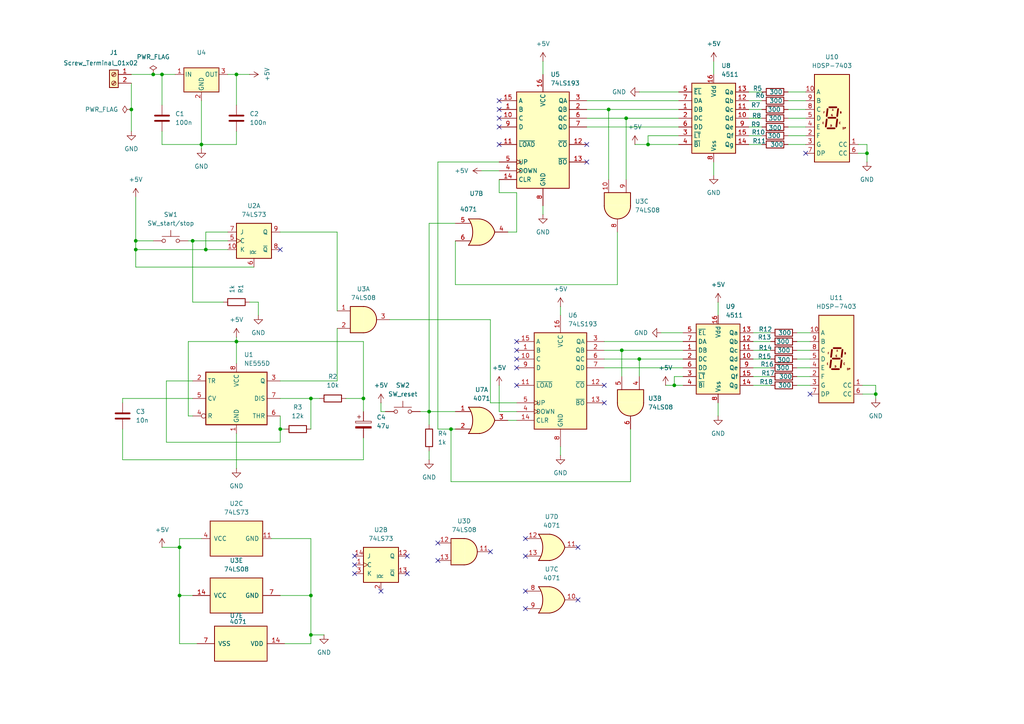
<source format=kicad_sch>
(kicad_sch (version 20231120) (generator "eeschema") (generator_version "8.0")
  (paper "A4")
  (lib_symbols
    (symbol "4xxx:4071" (pin_names (offset 1.016))
      (property "Reference" "U" (at 0 1.27 0))
      (property "Value" "4071" (at 0 -1.27 0))
      (symbol "4071_1_1"
        (pin input line (at -7.62 2.54 0) (length 4.318) (name "~") (number "1"))
        (pin input line (at -7.62 -2.54 0) (length 4.318) (name "~") (number "2"))
        (pin output line (at 7.62 0 180) (length 3.81) (name "~") (number "3"))
      )
      (symbol "4071_1_2"
        (pin input inverted (at -7.62 2.54 0) (length 3.81) (name "~") (number "1"))
        (pin input inverted (at -7.62 -2.54 0) (length 3.81) (name "~") (number "2"))
        (pin output inverted (at 7.62 0 180) (length 3.81) (name "~") (number "3"))
      )
      (symbol "4071_2_1"
        (pin output line (at 7.62 0 180) (length 3.81) (name "~") (number "4"))
        (pin input line (at -7.62 2.54 0) (length 4.318) (name "~") (number "5"))
        (pin input line (at -7.62 -2.54 0) (length 4.318) (name "~") (number "6"))
      )
      (symbol "4071_2_2"
        (pin output inverted (at 7.62 0 180) (length 3.81) (name "~") (number "4"))
        (pin input inverted (at -7.62 2.54 0) (length 3.81) (name "~") (number "5"))
        (pin input inverted (at -7.62 -2.54 0) (length 3.81) (name "~") (number "6"))
      )
      (symbol "4071_3_1"
        (pin output line (at 7.62 0 180) (length 3.81) (name "~") (number "10"))
        (pin input line (at -7.62 2.54 0) (length 4.318) (name "~") (number "8"))
        (pin input line (at -7.62 -2.54 0) (length 4.318) (name "~") (number "9"))
      )
      (symbol "4071_3_2"
        (pin output inverted (at 7.62 0 180) (length 3.81) (name "~") (number "10"))
        (pin input inverted (at -7.62 2.54 0) (length 3.81) (name "~") (number "8"))
        (pin input inverted (at -7.62 -2.54 0) (length 3.81) (name "~") (number "9"))
      )
      (symbol "4071_4_1"
        (pin output line (at 7.62 0 180) (length 3.81) (name "~") (number "11"))
        (pin input line (at -7.62 2.54 0) (length 4.318) (name "~") (number "12"))
        (pin input line (at -7.62 -2.54 0) (length 4.318) (name "~") (number "13"))
      )
      (symbol "4071_4_2"
        (pin output inverted (at 7.62 0 180) (length 3.81) (name "~") (number "11"))
        (pin input inverted (at -7.62 2.54 0) (length 3.81) (name "~") (number "12"))
        (pin input inverted (at -7.62 -2.54 0) (length 3.81) (name "~") (number "13"))
      )
      (symbol "4071_5_0"
        (pin power_in line (at 0 12.7 270) (length 5.08) (name "VDD") (number "14"))
        (pin power_in line (at 0 -12.7 90) (length 5.08) (name "VSS") (number "7"))
      )
    )
    (symbol "4xxx_IEEE:4511"
      (property "Reference" "U" (at 8.89 11.43 0))
      (property "Value" "4511" (at 8.89 -11.43 0))
      (symbol "4511_1_1"
        (pin input line (at -10.16 2.54 0) (length 3.81) (name "DB") (number "1"))
        (pin output line (at 10.16 0 180) (length 3.81) (name "Qd") (number "10"))
        (pin output line (at 10.16 2.54 180) (length 3.81) (name "Qc") (number "11"))
        (pin output line (at 10.16 5.08 180) (length 3.81) (name "Qb") (number "12"))
        (pin output line (at 10.16 7.62 180) (length 3.81) (name "Qa") (number "13"))
        (pin output line (at 10.16 -7.62 180) (length 3.81) (name "Qg") (number "14"))
        (pin output line (at 10.16 -5.08 180) (length 3.81) (name "Qf") (number "15"))
        (pin power_in line (at 0 12.7 270) (length 2.54) (name "Vdd") (number "16"))
        (pin input line (at -10.16 0 0) (length 3.81) (name "DC") (number "2"))
        (pin input line (at -10.16 -5.08 0) (length 3.81) (name "~{LT}") (number "3"))
        (pin input line (at -10.16 -7.62 0) (length 3.81) (name "~{BI}") (number "4"))
        (pin input line (at -10.16 7.62 0) (length 3.81) (name "~{EL}") (number "5"))
        (pin input line (at -10.16 -2.54 0) (length 3.81) (name "DD") (number "6"))
        (pin input line (at -10.16 5.08 0) (length 3.81) (name "DA") (number "7"))
        (pin power_in line (at 0 -12.7 90) (length 2.54) (name "Vss") (number "8"))
        (pin output line (at 10.16 -2.54 180) (length 3.81) (name "Qe") (number "9"))
      )
    )
    (symbol "74xx:74LS08" (pin_names (offset 1.016))
      (property "Reference" "U" (at 0 1.27 0))
      (property "Value" "74LS08" (at 0 -1.27 0))
      (symbol "74LS08_1_1"
        (pin input line (at -7.62 2.54 0) (length 3.81) (name "~") (number "1"))
        (pin input line (at -7.62 -2.54 0) (length 3.81) (name "~") (number "2"))
        (pin output line (at 7.62 0 180) (length 3.81) (name "~") (number "3"))
      )
      (symbol "74LS08_1_2"
        (pin input inverted (at -7.62 2.54 0) (length 4.318) (name "~") (number "1"))
        (pin input inverted (at -7.62 -2.54 0) (length 4.318) (name "~") (number "2"))
        (pin output inverted (at 7.62 0 180) (length 3.81) (name "~") (number "3"))
      )
      (symbol "74LS08_2_1"
        (pin input line (at -7.62 2.54 0) (length 3.81) (name "~") (number "4"))
        (pin input line (at -7.62 -2.54 0) (length 3.81) (name "~") (number "5"))
        (pin output line (at 7.62 0 180) (length 3.81) (name "~") (number "6"))
      )
      (symbol "74LS08_2_2"
        (pin input inverted (at -7.62 2.54 0) (length 4.318) (name "~") (number "4"))
        (pin input inverted (at -7.62 -2.54 0) (length 4.318) (name "~") (number "5"))
        (pin output inverted (at 7.62 0 180) (length 3.81) (name "~") (number "6"))
      )
      (symbol "74LS08_3_1"
        (pin input line (at -7.62 -2.54 0) (length 3.81) (name "~") (number "10"))
        (pin output line (at 7.62 0 180) (length 3.81) (name "~") (number "8"))
        (pin input line (at -7.62 2.54 0) (length 3.81) (name "~") (number "9"))
      )
      (symbol "74LS08_3_2"
        (pin input inverted (at -7.62 -2.54 0) (length 4.318) (name "~") (number "10"))
        (pin output inverted (at 7.62 0 180) (length 3.81) (name "~") (number "8"))
        (pin input inverted (at -7.62 2.54 0) (length 4.318) (name "~") (number "9"))
      )
      (symbol "74LS08_4_1"
        (pin output line (at 7.62 0 180) (length 3.81) (name "~") (number "11"))
        (pin input line (at -7.62 2.54 0) (length 3.81) (name "~") (number "12"))
        (pin input line (at -7.62 -2.54 0) (length 3.81) (name "~") (number "13"))
      )
      (symbol "74LS08_4_2"
        (pin output inverted (at 7.62 0 180) (length 3.81) (name "~") (number "11"))
        (pin input inverted (at -7.62 2.54 0) (length 4.318) (name "~") (number "12"))
        (pin input inverted (at -7.62 -2.54 0) (length 4.318) (name "~") (number "13"))
      )
      (symbol "74LS08_5_0"
        (pin power_in line (at 0 12.7 270) (length 5.08) (name "VCC") (number "14"))
        (pin power_in line (at 0 -12.7 90) (length 5.08) (name "GND") (number "7"))
      )
    )
    (symbol "74xx:74LS193"
      (property "Reference" "U" (at -7.62 13.97 0))
      (property "Value" "74LS193" (at 5.08 13.97 0))
      (symbol "74LS193_1_0"
        (pin input line (at -12.7 7.62 0) (length 5.08) (name "B") (number "1"))
        (pin input line (at -12.7 5.08 0) (length 5.08) (name "C") (number "10"))
        (pin input line (at -12.7 -2.54 0) (length 5.08) (name "~{LOAD}") (number "11"))
        (pin output line (at 12.7 -2.54 180) (length 5.08) (name "~{CO}") (number "12"))
        (pin output line (at 12.7 -7.62 180) (length 5.08) (name "~{BO}") (number "13"))
        (pin input line (at -12.7 -12.7 0) (length 5.08) (name "CLR") (number "14"))
        (pin input line (at -12.7 10.16 0) (length 5.08) (name "A") (number "15"))
        (pin power_in line (at 0 17.78 270) (length 5.08) (name "VCC") (number "16"))
        (pin output line (at 12.7 7.62 180) (length 5.08) (name "QB") (number "2"))
        (pin output line (at 12.7 10.16 180) (length 5.08) (name "QA") (number "3"))
        (pin input clock (at -12.7 -10.16 0) (length 5.08) (name "DOWN") (number "4"))
        (pin input clock (at -12.7 -7.62 0) (length 5.08) (name "UP") (number "5"))
        (pin output line (at 12.7 5.08 180) (length 5.08) (name "QC") (number "6"))
        (pin output line (at 12.7 2.54 180) (length 5.08) (name "QD") (number "7"))
        (pin power_in line (at 0 -20.32 90) (length 5.08) (name "GND") (number "8"))
        (pin input line (at -12.7 2.54 0) (length 5.08) (name "D") (number "9"))
      )
    )
    (symbol "74xx:74LS73" (pin_names (offset 1.016))
      (property "Reference" "U" (at -7.62 8.89 0))
      (property "Value" "74LS73" (at -7.62 -8.89 0))
      (symbol "74LS73_1_0"
        (pin input line (at -7.62 -2.54 0) (length 2.54) (name "K") (number "10"))
        (pin input clock (at -7.62 0 0) (length 2.54) (name "C") (number "5"))
        (pin input line (at 0 -7.62 90) (length 2.54) (name "~{R}") (number "6"))
        (pin input line (at -7.62 2.54 0) (length 2.54) (name "J") (number "7"))
        (pin output line (at 7.62 -2.54 180) (length 2.54) (name "~{Q}") (number "8"))
        (pin output line (at 7.62 2.54 180) (length 2.54) (name "Q") (number "9"))
      )
      (symbol "74LS73_2_0"
        (pin input clock (at -7.62 0 0) (length 2.54) (name "C") (number "1"))
        (pin output line (at 7.62 2.54 180) (length 2.54) (name "Q") (number "12"))
        (pin output line (at 7.62 -2.54 180) (length 2.54) (name "~{Q}") (number "13"))
        (pin input line (at -7.62 2.54 0) (length 2.54) (name "J") (number "14"))
        (pin input line (at 0 -7.62 90) (length 2.54) (name "~{R}") (number "2"))
        (pin input line (at -7.62 -2.54 0) (length 2.54) (name "K") (number "3"))
      )
      (symbol "74LS73_3_0"
        (pin power_in line (at 0 -10.16 90) (length 2.54) (name "GND") (number "11"))
        (pin power_in line (at 0 10.16 270) (length 2.54) (name "VCC") (number "4"))
      )
    )
    (symbol "Connector:Screw_Terminal_01x02" (pin_names (offset 1.016) hide)
      (property "Reference" "J" (at 0 2.54 0))
      (property "Value" "Screw_Terminal_01x02" (at 0 -5.08 0))
      (symbol "Screw_Terminal_01x02_1_1"
        (pin passive line (at -5.08 0 0) (length 3.81) (name "Pin_1") (number "1"))
        (pin passive line (at -5.08 -2.54 0) (length 3.81) (name "Pin_2") (number "2"))
      )
    )
    (symbol "Device:C" (pin_numbers hide) (pin_names (offset 0.254))
      (property "Reference" "C" (at 0.635 2.54 0))
      (property "Value" "C" (at 0.635 -2.54 0))
      (symbol "C_1_1"
        (pin passive line (at 0 3.81 270) (length 2.794) (name "~") (number "1"))
        (pin passive line (at 0 -3.81 90) (length 2.794) (name "~") (number "2"))
      )
    )
    (symbol "Device:C_Polarized" (pin_numbers hide) (pin_names (offset 0.254))
      (property "Reference" "C" (at 0.635 2.54 0))
      (property "Value" "C_Polarized" (at 0.635 -2.54 0))
      (symbol "C_Polarized_1_1"
        (pin passive line (at 0 3.81 270) (length 2.794) (name "~") (number "1"))
        (pin passive line (at 0 -3.81 90) (length 2.794) (name "~") (number "2"))
      )
    )
    (symbol "Device:R" (pin_numbers hide) (pin_names (offset 0))
      (property "Reference" "R" (at 2.032 0 90))
      (property "Value" "R" (at 0 0 90))
      (symbol "R_1_1"
        (pin passive line (at 0 3.81 270) (length 1.27) (name "~") (number "1"))
        (pin passive line (at 0 -3.81 90) (length 1.27) (name "~") (number "2"))
      )
    )
    (symbol "Display_Character:HDSP-7403"
      (property "Reference" "U" (at -3.81 13.97 0))
      (property "Value" "HDSP-7403" (at 6.35 13.97 0))
      (symbol "HDSP-7403_1_0"
        (text "A" (at 0.254 2.413 0) (effects (font (size 0.508 0.508))))
        (text "B" (at 2.54 1.651 0) (effects (font (size 0.508 0.508))))
        (text "C" (at 2.286 -1.397 0) (effects (font (size 0.508 0.508))))
        (text "D" (at -0.254 -2.159 0) (effects (font (size 0.508 0.508))))
        (text "DP" (at 3.556 -2.921 0) (effects (font (size 0.508 0.508))))
        (text "E" (at -2.54 -1.397 0) (effects (font (size 0.508 0.508))))
        (text "F" (at -2.286 1.651 0) (effects (font (size 0.508 0.508))))
        (text "G" (at 0 0.889 0) (effects (font (size 0.508 0.508))))
      )
      (symbol "HDSP-7403_1_1"
        (pin input line (at 7.62 -7.62 180) (length 2.54) (name "CC") (number "1"))
        (pin input line (at -7.62 7.62 0) (length 2.54) (name "A") (number "10"))
        (pin input line (at -7.62 -5.08 0) (length 2.54) (name "F") (number "2"))
        (pin input line (at -7.62 -7.62 0) (length 2.54) (name "G") (number "3"))
        (pin input line (at -7.62 -2.54 0) (length 2.54) (name "E") (number "4"))
        (pin input line (at -7.62 0 0) (length 2.54) (name "D") (number "5"))
        (pin input line (at 7.62 -10.16 180) (length 2.54) (name "CC") (number "6"))
        (pin input line (at -7.62 -10.16 0) (length 2.54) (name "DP") (number "7"))
        (pin input line (at -7.62 2.54 0) (length 2.54) (name "C") (number "8"))
        (pin input line (at -7.62 5.08 0) (length 2.54) (name "B") (number "9"))
      )
    )
    (symbol "Regulator_Linear:L7805" (pin_names (offset 0.254))
      (property "Reference" "U" (at -3.81 3.175 0))
      (property "Value" "L7805" (at 0 3.175 0))
      (symbol "L7805_1_1"
        (pin power_in line (at -7.62 0 0) (length 2.54) (name "IN") (number "1"))
        (pin power_in line (at 0 -7.62 90) (length 2.54) (name "GND") (number "2"))
        (pin power_out line (at 7.62 0 180) (length 2.54) (name "OUT") (number "3"))
      )
    )
    (symbol "Switch:SW_Push" (pin_numbers hide) (pin_names (offset 1.016) hide)
      (property "Reference" "SW" (at 1.27 2.54 0))
      (property "Value" "SW_Push" (at 0 -1.524 0))
      (symbol "SW_Push_0_1"
        (pin passive line (at -5.08 0 0) (length 2.54) (name "1") (number "1"))
        (pin passive line (at 5.08 0 180) (length 2.54) (name "2") (number "2"))
      )
    )
    (symbol "Timer:NE555D"
      (property "Reference" "U" (at -10.16 8.89 0))
      (property "Value" "NE555D" (at 2.54 8.89 0))
      (symbol "NE555D_0_0"
        (pin power_in line (at 0 -10.16 90) (length 2.54) (name "GND") (number "1"))
        (pin power_in line (at 0 10.16 270) (length 2.54) (name "VCC") (number "8"))
      )
      (symbol "NE555D_1_1"
        (pin input line (at -12.7 5.08 0) (length 3.81) (name "TR") (number "2"))
        (pin output line (at 12.7 5.08 180) (length 3.81) (name "Q") (number "3"))
        (pin input inverted (at -12.7 -5.08 0) (length 3.81) (name "R") (number "4"))
        (pin input line (at -12.7 0 0) (length 3.81) (name "CV") (number "5"))
        (pin input line (at 12.7 -5.08 180) (length 3.81) (name "THR") (number "6"))
        (pin input line (at 12.7 0 180) (length 3.81) (name "DIS") (number "7"))
      )
    )
    (symbol "power:+5V" (power) (pin_numbers hide) (pin_names (offset 0) hide)
      (property "Value" "+5V" (at 0 3.556 0))
      (symbol "+5V_1_1"
        (pin power_in line (at 0 0 90) (length 0) (name "~") (number "1"))
      )
    )
    (symbol "power:GND" (power) (pin_numbers hide) (pin_names (offset 0) hide)
      (property "Value" "GND" (at 0 -3.81 0))
      (symbol "GND_1_1"
        (pin power_in line (at 0 0 270) (length 0) (name "~") (number "1"))
      )
    )
    (symbol "power:PWR_FLAG" (power) (pin_numbers hide) (pin_names (offset 0) hide)
      (property "Value" "PWR_FLAG" (at 0 3.81 0))
      (symbol "PWR_FLAG_0_0"
        (pin power_out line (at 0 0 90) (length 0) (name "~") (number "1"))
      )
    )
  )
  (junction (at 251.46 44.45))
  (junction (at 68.58 99.06))
  (junction (at 38.1 31.75))
  (junction (at 90.17 184.15))
  (junction (at 185.42 104.14))
  (junction (at 90.17 172.72))
  (junction (at 58.42 41.91))
  (junction (at 124.46 119.38))
  (junction (at 39.37 72.39))
  (junction (at 39.37 69.85))
  (junction (at 55.88 69.85))
  (junction (at 130.81 124.46))
  (junction (at 187.96 41.91))
  (junction (at 44.45 21.59))
  (junction (at 90.17 115.57))
  (junction (at 181.61 34.29))
  (junction (at 46.99 21.59))
  (junction (at 59.69 72.39))
  (junction (at 254 114.3))
  (junction (at 81.28 124.46))
  (junction (at 52.07 158.75))
  (junction (at 52.07 172.72))
  (junction (at 68.58 21.59))
  (junction (at 105.41 115.57))
  (junction (at 195.58 111.76))
  (junction (at 180.34 101.6))
  (junction (at 176.53 31.75))
  (no_connect (at 170.18 41.91))
  (no_connect (at 167.64 173.99))
  (no_connect (at 170.18 46.99))
  (no_connect (at 152.4 161.29))
  (no_connect (at 149.86 99.06))
  (no_connect (at 102.87 163.83))
  (no_connect (at 233.68 44.45))
  (no_connect (at 152.4 176.53))
  (no_connect (at 149.86 111.76))
  (no_connect (at 167.64 158.75))
  (no_connect (at 127 162.56))
  (no_connect (at 149.86 101.6))
  (no_connect (at 127 157.48))
  (no_connect (at 144.78 34.29))
  (no_connect (at 144.78 29.21))
  (no_connect (at 149.86 106.68))
  (no_connect (at 152.4 156.21))
  (no_connect (at 142.24 160.02))
  (no_connect (at 144.78 31.75))
  (no_connect (at 175.26 116.84))
  (no_connect (at 144.78 36.83))
  (no_connect (at 81.28 72.39))
  (no_connect (at 152.4 171.45))
  (no_connect (at 118.11 161.29))
  (no_connect (at 118.11 166.37))
  (no_connect (at 102.87 161.29))
  (no_connect (at 149.86 104.14))
  (no_connect (at 175.26 111.76))
  (no_connect (at 110.49 171.45))
  (no_connect (at 234.95 114.3))
  (no_connect (at 102.87 166.37))
  (no_connect (at 144.78 41.91))
  (wire (pts (xy 218.44 96.52) (xy 223.52 96.52)))
  (wire (pts (xy 149.86 67.31) (xy 147.32 67.31)))
  (wire (pts (xy 110.49 119.38) (xy 110.49 116.84)))
  (wire (pts (xy 124.46 119.38) (xy 132.08 119.38)))
  (wire (pts (xy 81.28 67.31) (xy 97.79 67.31)))
  (wire (pts (xy 251.46 41.91) (xy 248.92 41.91)))
  (wire (pts (xy 55.88 69.85) (xy 66.04 69.85)))
  (wire (pts (xy 170.18 31.75) (xy 176.53 31.75)))
  (wire (pts (xy 97.79 110.49) (xy 97.79 95.25)))
  (wire (pts (xy 218.44 101.6) (xy 223.52 101.6)))
  (wire (pts (xy 59.69 72.39) (xy 39.37 72.39)))
  (wire (pts (xy 248.92 44.45) (xy 251.46 44.45)))
  (wire (pts (xy 207.01 46.99) (xy 207.01 50.8)))
  (wire (pts (xy 228.6 41.91) (xy 233.68 41.91)))
  (wire (pts (xy 144.78 46.99) (xy 127 46.99)))
  (wire (pts (xy 142.24 116.84) (xy 149.86 116.84)))
  (wire (pts (xy 66.04 21.59) (xy 68.58 21.59)))
  (wire (pts (xy 78.74 156.21) (xy 90.17 156.21)))
  (wire (pts (xy 193.04 111.76) (xy 195.58 111.76)))
  (wire (pts (xy 39.37 77.47) (xy 73.66 77.47)))
  (wire (pts (xy 218.44 104.14) (xy 223.52 104.14)))
  (wire (pts (xy 218.44 99.06) (xy 223.52 99.06)))
  (wire (pts (xy 124.46 119.38) (xy 124.46 123.19)))
  (wire (pts (xy 74.93 91.44) (xy 74.93 87.63)))
  (wire (pts (xy 217.17 26.67) (xy 220.98 26.67)))
  (wire (pts (xy 231.14 99.06) (xy 234.95 99.06)))
  (wire (pts (xy 68.58 21.59) (xy 72.39 21.59)))
  (wire (pts (xy 127 46.99) (xy 127 124.46)))
  (wire (pts (xy 251.46 44.45) (xy 251.46 41.91)))
  (wire (pts (xy 54.61 99.06) (xy 54.61 120.65)))
  (wire (pts (xy 217.17 29.21) (xy 220.98 29.21)))
  (wire (pts (xy 55.88 110.49) (xy 48.26 110.49)))
  (wire (pts (xy 52.07 172.72) (xy 52.07 186.69)))
  (wire (pts (xy 54.61 120.65) (xy 55.88 120.65)))
  (wire (pts (xy 68.58 21.59) (xy 68.58 30.48)))
  (wire (pts (xy 54.61 69.85) (xy 55.88 69.85)))
  (wire (pts (xy 254 114.3) (xy 254 115.57)))
  (wire (pts (xy 179.07 82.55) (xy 179.07 67.31)))
  (wire (pts (xy 231.14 109.22) (xy 234.95 109.22)))
  (wire (pts (xy 38.1 24.13) (xy 38.1 31.75)))
  (wire (pts (xy 35.56 133.35) (xy 105.41 133.35)))
  (wire (pts (xy 58.42 41.91) (xy 46.99 41.91)))
  (wire (pts (xy 176.53 31.75) (xy 176.53 52.07)))
  (wire (pts (xy 182.88 124.46) (xy 182.88 139.7)))
  (wire (pts (xy 68.58 99.06) (xy 54.61 99.06)))
  (wire (pts (xy 38.1 31.75) (xy 38.1 38.1)))
  (wire (pts (xy 39.37 69.85) (xy 44.45 69.85)))
  (wire (pts (xy 157.48 59.69) (xy 157.48 62.23)))
  (wire (pts (xy 58.42 156.21) (xy 52.07 156.21)))
  (wire (pts (xy 81.28 115.57) (xy 90.17 115.57)))
  (wire (pts (xy 66.04 67.31) (xy 59.69 67.31)))
  (wire (pts (xy 207.01 17.78) (xy 207.01 21.59)))
  (wire (pts (xy 228.6 39.37) (xy 233.68 39.37)))
  (wire (pts (xy 217.17 36.83) (xy 220.98 36.83)))
  (wire (pts (xy 105.41 115.57) (xy 105.41 119.38)))
  (wire (pts (xy 100.33 115.57) (xy 105.41 115.57)))
  (wire (pts (xy 66.04 72.39) (xy 59.69 72.39)))
  (wire (pts (xy 58.42 41.91) (xy 68.58 41.91)))
  (wire (pts (xy 105.41 115.57) (xy 105.41 99.06)))
  (wire (pts (xy 59.69 67.31) (xy 59.69 72.39)))
  (wire (pts (xy 52.07 156.21) (xy 52.07 158.75)))
  (wire (pts (xy 208.28 116.84) (xy 208.28 120.65)))
  (wire (pts (xy 46.99 21.59) (xy 46.99 30.48)))
  (wire (pts (xy 81.28 110.49) (xy 97.79 110.49)))
  (wire (pts (xy 68.58 97.79) (xy 68.58 99.06)))
  (wire (pts (xy 175.26 106.68) (xy 198.12 106.68)))
  (wire (pts (xy 55.88 87.63) (xy 64.77 87.63)))
  (wire (pts (xy 35.56 115.57) (xy 35.56 116.84)))
  (wire (pts (xy 130.81 124.46) (xy 132.08 124.46)))
  (wire (pts (xy 231.14 106.68) (xy 234.95 106.68)))
  (wire (pts (xy 157.48 17.78) (xy 157.48 21.59)))
  (wire (pts (xy 52.07 158.75) (xy 52.07 172.72)))
  (wire (pts (xy 180.34 101.6) (xy 198.12 101.6)))
  (wire (pts (xy 52.07 186.69) (xy 57.15 186.69)))
  (wire (pts (xy 110.49 119.38) (xy 111.76 119.38)))
  (wire (pts (xy 52.07 172.72) (xy 55.88 172.72)))
  (wire (pts (xy 182.88 139.7) (xy 130.81 139.7)))
  (wire (pts (xy 144.78 55.88) (xy 149.86 55.88)))
  (wire (pts (xy 97.79 67.31) (xy 97.79 90.17)))
  (wire (pts (xy 231.14 101.6) (xy 234.95 101.6)))
  (wire (pts (xy 68.58 125.73) (xy 68.58 135.89)))
  (wire (pts (xy 68.58 41.91) (xy 68.58 38.1)))
  (wire (pts (xy 46.99 158.75) (xy 52.07 158.75)))
  (wire (pts (xy 124.46 130.81) (xy 124.46 133.35)))
  (wire (pts (xy 132.08 64.77) (xy 124.46 64.77)))
  (wire (pts (xy 198.12 109.22) (xy 195.58 109.22)))
  (wire (pts (xy 58.42 29.21) (xy 58.42 41.91)))
  (wire (pts (xy 127 124.46) (xy 130.81 124.46)))
  (wire (pts (xy 250.19 111.76) (xy 254 111.76)))
  (wire (pts (xy 208.28 87.63) (xy 208.28 91.44)))
  (wire (pts (xy 139.7 49.53) (xy 144.78 49.53)))
  (wire (pts (xy 196.85 39.37) (xy 187.96 39.37)))
  (wire (pts (xy 55.88 115.57) (xy 35.56 115.57)))
  (wire (pts (xy 130.81 139.7) (xy 130.81 124.46)))
  (wire (pts (xy 217.17 31.75) (xy 220.98 31.75)))
  (wire (pts (xy 39.37 72.39) (xy 39.37 77.47)))
  (wire (pts (xy 195.58 109.22) (xy 195.58 111.76)))
  (wire (pts (xy 113.03 92.71) (xy 142.24 92.71)))
  (wire (pts (xy 175.26 101.6) (xy 180.34 101.6)))
  (wire (pts (xy 105.41 127) (xy 105.41 133.35)))
  (wire (pts (xy 90.17 184.15) (xy 90.17 186.69)))
  (wire (pts (xy 185.42 104.14) (xy 185.42 109.22)))
  (wire (pts (xy 74.93 87.63) (xy 72.39 87.63)))
  (wire (pts (xy 90.17 115.57) (xy 90.17 124.46)))
  (wire (pts (xy 162.56 129.54) (xy 162.56 132.08)))
  (wire (pts (xy 175.26 104.14) (xy 185.42 104.14)))
  (wire (pts (xy 184.15 41.91) (xy 187.96 41.91)))
  (wire (pts (xy 217.17 41.91) (xy 220.98 41.91)))
  (wire (pts (xy 44.45 21.59) (xy 46.99 21.59)))
  (wire (pts (xy 39.37 57.15) (xy 39.37 69.85)))
  (wire (pts (xy 217.17 34.29) (xy 220.98 34.29)))
  (wire (pts (xy 218.44 109.22) (xy 223.52 109.22)))
  (wire (pts (xy 90.17 115.57) (xy 92.71 115.57)))
  (wire (pts (xy 185.42 104.14) (xy 198.12 104.14)))
  (wire (pts (xy 187.96 39.37) (xy 187.96 41.91)))
  (wire (pts (xy 68.58 99.06) (xy 68.58 105.41)))
  (wire (pts (xy 228.6 31.75) (xy 233.68 31.75)))
  (wire (pts (xy 46.99 21.59) (xy 50.8 21.59)))
  (wire (pts (xy 81.28 128.27) (xy 81.28 124.46)))
  (wire (pts (xy 162.56 88.9) (xy 162.56 91.44)))
  (wire (pts (xy 90.17 172.72) (xy 90.17 184.15)))
  (wire (pts (xy 231.14 111.76) (xy 234.95 111.76)))
  (wire (pts (xy 181.61 34.29) (xy 196.85 34.29)))
  (wire (pts (xy 231.14 104.14) (xy 234.95 104.14)))
  (wire (pts (xy 170.18 34.29) (xy 181.61 34.29)))
  (wire (pts (xy 217.17 39.37) (xy 220.98 39.37)))
  (wire (pts (xy 176.53 31.75) (xy 196.85 31.75)))
  (wire (pts (xy 90.17 186.69) (xy 82.55 186.69)))
  (wire (pts (xy 81.28 124.46) (xy 81.28 120.65)))
  (wire (pts (xy 149.86 55.88) (xy 149.86 67.31)))
  (wire (pts (xy 58.42 41.91) (xy 58.42 43.18)))
  (wire (pts (xy 228.6 36.83) (xy 233.68 36.83)))
  (wire (pts (xy 231.14 96.52) (xy 234.95 96.52)))
  (wire (pts (xy 187.96 41.91) (xy 196.85 41.91)))
  (wire (pts (xy 48.26 128.27) (xy 81.28 128.27)))
  (wire (pts (xy 144.78 119.38) (xy 149.86 119.38)))
  (wire (pts (xy 132.08 82.55) (xy 179.07 82.55)))
  (wire (pts (xy 228.6 26.67) (xy 233.68 26.67)))
  (wire (pts (xy 46.99 41.91) (xy 46.99 38.1)))
  (wire (pts (xy 147.32 121.92) (xy 149.86 121.92)))
  (wire (pts (xy 124.46 119.38) (xy 121.92 119.38)))
  (wire (pts (xy 218.44 111.76) (xy 223.52 111.76)))
  (wire (pts (xy 55.88 69.85) (xy 55.88 87.63)))
  (wire (pts (xy 170.18 29.21) (xy 196.85 29.21)))
  (wire (pts (xy 105.41 99.06) (xy 68.58 99.06)))
  (wire (pts (xy 38.1 21.59) (xy 44.45 21.59)))
  (wire (pts (xy 90.17 156.21) (xy 90.17 172.72)))
  (wire (pts (xy 170.18 36.83) (xy 196.85 36.83)))
  (wire (pts (xy 180.34 101.6) (xy 180.34 109.22)))
  (wire (pts (xy 185.42 26.67) (xy 196.85 26.67)))
  (wire (pts (xy 251.46 46.99) (xy 251.46 44.45)))
  (wire (pts (xy 175.26 99.06) (xy 198.12 99.06)))
  (wire (pts (xy 142.24 92.71) (xy 142.24 116.84)))
  (wire (pts (xy 48.26 110.49) (xy 48.26 128.27)))
  (wire (pts (xy 254 111.76) (xy 254 114.3)))
  (wire (pts (xy 81.28 124.46) (xy 82.55 124.46)))
  (wire (pts (xy 39.37 72.39) (xy 39.37 69.85)))
  (wire (pts (xy 218.44 106.68) (xy 223.52 106.68)))
  (wire (pts (xy 144.78 52.07) (xy 144.78 55.88)))
  (wire (pts (xy 228.6 29.21) (xy 233.68 29.21)))
  (wire (pts (xy 144.78 111.76) (xy 144.78 119.38)))
  (wire (pts (xy 181.61 34.29) (xy 181.61 52.07)))
  (wire (pts (xy 124.46 64.77) (xy 124.46 119.38)))
  (wire (pts (xy 191.77 96.52) (xy 198.12 96.52)))
  (wire (pts (xy 250.19 114.3) (xy 254 114.3)))
  (wire (pts (xy 195.58 111.76) (xy 198.12 111.76)))
  (wire (pts (xy 35.56 124.46) (xy 35.56 133.35)))
  (wire (pts (xy 90.17 184.15) (xy 93.98 184.15)))
  (wire (pts (xy 81.28 172.72) (xy 90.17 172.72)))
  (wire (pts (xy 228.6 34.29) (xy 233.68 34.29)))
  (wire (pts (xy 132.08 69.85) (xy 132.08 82.55)))
  (symbol (lib_id "74xx:74LS08") (at 134.62 160.02 0) (unit 4)
    (property "Reference" "U3" (at 134.6117 151.13 0))
    (property "Value" "74LS08" (at 134.6117 153.67 0))
    (property "Footprint" "Package_DIP:DIP-14_W7.62mm" (effects (hide yes)))
    (property "Datasheet" "http://www.ti.com/lit/gpn/sn74LS08" (effects (hide yes)))
    (property "Description" "Quad And2" (effects (hide yes)))
  )
  (symbol (lib_id "power:+5V") (at 162.56 88.9 0) (unit 1)
    (property "Reference" "#PWR017" (effects (hide yes)))
    (property "Value" "+5V" (at 162.56 83.82 0))
    (property "Description" "Power symbol creates a global label with name \"+5V\"" (effects (hide yes)))
  )
  (symbol (lib_id "4xxx_IEEE:4511") (at 208.28 104.14 0) (unit 1)
    (property "Reference" "U9" (at 210.4741 88.9 0) (effects (justify left)))
    (property "Value" "4511" (at 210.4741 91.44 0) (effects (justify left)))
    (property "Footprint" "Package_DIP:DIP-16_W7.62mm" (effects (hide yes)))
  )
  (symbol (lib_id "Device:R") (at 124.46 127 0) (unit 1)
    (property "Reference" "R4" (at 127 125.7299 0) (effects (justify left)))
    (property "Value" "1k" (at 127 128.2699 0) (effects (justify left)))
    (property "Footprint" "Resistor_THT:R_Axial_DIN0309_L9.0mm_D3.2mm_P15.24mm_Horizontal" (effects (hide yes)))
    (property "Description" "Resistor" (effects (hide yes)))
  )
  (symbol (lib_id "Device:R") (at 224.79 41.91 90) (unit 1)
    (property "Reference" "R11" (at 220.218 40.894 90))
    (property "Value" "300" (at 225.298 41.91 90))
    (property "Footprint" "Resistor_THT:R_Axial_DIN0309_L9.0mm_D3.2mm_P12.70mm_Horizontal" (effects (hide yes)))
    (property "Description" "Resistor" (effects (hide yes)))
  )
  (symbol (lib_id "74xx:74LS08") (at 179.07 59.69 270) (unit 3)
    (property "Reference" "U3" (at 184.15 58.4116 90) (effects (justify left)))
    (property "Value" "74LS08" (at 184.15 60.9516 90) (effects (justify left)))
    (property "Footprint" "Package_DIP:DIP-14_W7.62mm" (effects (hide yes)))
    (property "Datasheet" "http://www.ti.com/lit/gpn/sn74LS08" (effects (hide yes)))
    (property "Description" "Quad And2" (effects (hide yes)))
  )
  (symbol (lib_id "power:GND") (at 68.58 135.89 0) (unit 1)
    (property "Reference" "#PWR07" (effects (hide yes)))
    (property "Value" "GND" (at 68.58 140.97 0))
    (property "Description" "Power symbol creates a global label with name \"GND\" , ground" (effects (hide yes)))
  )
  (symbol (lib_id "Device:R") (at 224.79 34.29 90) (unit 1)
    (property "Reference" "R8" (at 219.456 33.528 90))
    (property "Value" "300" (at 224.79 34.29 90))
    (property "Footprint" "Resistor_THT:R_Axial_DIN0309_L9.0mm_D3.2mm_P12.70mm_Horizontal" (effects (hide yes)))
    (property "Description" "Resistor" (effects (hide yes)))
  )
  (symbol (lib_id "power:+5V") (at 139.7 49.53 90) (unit 1)
    (property "Reference" "#PWR010" (effects (hide yes)))
    (property "Value" "+5V" (at 135.89 49.5299 90) (effects (justify left)))
    (property "Description" "Power symbol creates a global label with name \"+5V\"" (effects (hide yes)))
  )
  (symbol (lib_id "power:GND") (at 251.46 46.99 0) (unit 1)
    (property "Reference" "#PWR021" (effects (hide yes)))
    (property "Value" "GND" (at 251.46 52.07 0))
    (property "Description" "Power symbol creates a global label with name \"GND\" , ground" (effects (hide yes)))
  )
  (symbol (lib_id "4xxx:4071") (at 139.7 121.92 0) (unit 1)
    (property "Reference" "U7" (at 139.7 113.03 0))
    (property "Value" "4071" (at 139.7 115.57 0))
    (property "Footprint" "Package_DIP:DIP-14_W7.62mm" (effects (hide yes)))
    (property "Datasheet" "http://www.intersil.com/content/dam/Intersil/documents/cd40/cd4071bms-72bms-75bms.pdf" (effects (hide yes)))
    (property "Description" "Quad Or 2 inputs" (effects (hide yes)))
  )
  (symbol (lib_id "Device:R") (at 224.79 31.75 90) (unit 1)
    (property "Reference" "R7" (at 219.202 30.48 90))
    (property "Value" "300" (at 224.536 31.75 90))
    (property "Footprint" "Resistor_THT:R_Axial_DIN0309_L9.0mm_D3.2mm_P12.70mm_Horizontal" (effects (hide yes)))
    (property "Description" "Resistor" (effects (hide yes)))
  )
  (symbol (lib_id "Device:R") (at 227.33 101.6 90) (unit 1)
    (property "Reference" "R14" (at 221.996 100.838 90))
    (property "Value" "300" (at 227.33 101.6 90))
    (property "Footprint" "Resistor_THT:R_Axial_DIN0309_L9.0mm_D3.2mm_P12.70mm_Horizontal" (effects (hide yes)))
    (property "Description" "Resistor" (effects (hide yes)))
  )
  (symbol (lib_id "Device:C") (at 68.58 34.29 0) (unit 1)
    (property "Reference" "C2" (at 72.39 33.0199 0) (effects (justify left)))
    (property "Value" "100n" (at 72.39 35.5599 0) (effects (justify left)))
    (property "Footprint" "Capacitor_THT:C_Disc_D4.3mm_W1.9mm_P5.00mm" (effects (hide yes)))
    (property "Description" "Unpolarized capacitor" (effects (hide yes)))
  )
  (symbol (lib_id "Regulator_Linear:L7805") (at 58.42 21.59 0) (unit 1)
    (property "Reference" "U4" (at 58.42 15.24 0))
    (property "Value" "L7805" (effects (hide yes)))
    (property "Footprint" "Package_TO_SOT_THT:TO-220-3_Vertical" (effects (hide yes)))
    (property "Datasheet" "http://www.st.com/content/ccc/resource/technical/document/datasheet/41/4f/b3/b0/12/d4/47/88/CD00000444.pdf/files/CD00000444.pdf/jcr:content/translations/en.CD00000444.pdf" (effects (hide yes)))
    (property "Description" "Positive 1.5A 35V Linear Regulator, Fixed Output 5V, TO-220/TO-263/TO-252" (effects (hide yes)))
  )
  (symbol (lib_id "power:PWR_FLAG") (at 38.1 31.75 90) (mirror x) (unit 1)
    (property "Reference" "#FLG02" (effects (hide yes)))
    (property "Value" "PWR_FLAG" (at 34.29 31.7499 90) (effects (justify left)))
    (property "Description" "Special symbol for telling ERC where power comes from" (effects (hide yes)))
  )
  (symbol (lib_id "74xx:74LS73") (at 68.58 156.21 90) (unit 3)
    (property "Reference" "U2" (at 68.58 146.05 90))
    (property "Value" "74LS73" (at 68.58 148.59 90))
    (property "Footprint" "Package_DIP:DIP-14_W7.62mm" (effects (hide yes)))
    (property "Datasheet" "http://www.ti.com/lit/gpn/sn74LS73" (effects (hide yes)))
    (property "Description" "Dual JK Flip-Flop, reset" (effects (hide yes)))
  )
  (symbol (lib_id "4xxx_IEEE:4511") (at 207.01 34.29 0) (unit 1)
    (property "Reference" "U8" (at 209.2041 19.05 0) (effects (justify left)))
    (property "Value" "4511" (at 209.2041 21.59 0) (effects (justify left)))
    (property "Footprint" "Package_DIP:DIP-16_W7.62mm" (effects (hide yes)))
  )
  (symbol (lib_id "power:GND") (at 38.1 38.1 0) (unit 1)
    (property "Reference" "#PWR02" (effects (hide yes)))
    (property "Value" "GND" (at 38.1 43.18 0))
    (property "Description" "Power symbol creates a global label with name \"GND\" , ground" (effects (hide yes)))
  )
  (symbol (lib_id "power:GND") (at 93.98 184.15 0) (unit 1)
    (property "Reference" "#PWR025" (effects (hide yes)))
    (property "Value" "GND" (at 93.98 189.23 0))
    (property "Description" "Power symbol creates a global label with name \"GND\" , ground" (effects (hide yes)))
  )
  (symbol (lib_id "Device:R") (at 224.79 26.67 90) (unit 1)
    (property "Reference" "R5" (at 219.71 25.654 90))
    (property "Value" "300" (at 225.044 26.67 90))
    (property "Footprint" "Resistor_THT:R_Axial_DIN0309_L9.0mm_D3.2mm_P12.70mm_Horizontal" (effects (hide yes)))
    (property "Description" "Resistor" (effects (hide yes)))
  )
  (symbol (lib_id "Connector:Screw_Terminal_01x02") (at 33.02 21.59 0) (mirror y) (unit 1)
    (property "Reference" "J1" (at 33.02 15.24 0))
    (property "Value" "Screw_Terminal_01x02" (at 29.21 18.288 0))
    (property "Footprint" "TerminalBlock_Phoenix:TerminalBlock_Phoenix_MKDS-1,5-2_1x02_P5.00mm_Horizontal" (effects (hide yes)))
    (property "Description" "Generic screw terminal, single row, 01x02, script generated (kicad-library-utils/schlib/autogen/connector/)" (effects (hide yes)))
  )
  (symbol (lib_id "power:+5V") (at 207.01 17.78 0) (unit 1)
    (property "Reference" "#PWR026" (effects (hide yes)))
    (property "Value" "+5V" (at 207.01 12.7 0))
    (property "Description" "Power symbol creates a global label with name \"+5V\"" (effects (hide yes)))
  )
  (symbol (lib_id "power:+5V") (at 157.48 17.78 0) (unit 1)
    (property "Reference" "#PWR08" (effects (hide yes)))
    (property "Value" "+5V" (at 157.48 12.7 0))
    (property "Description" "Power symbol creates a global label with name \"+5V\"" (effects (hide yes)))
  )
  (symbol (lib_id "power:GND") (at 207.01 50.8 0) (unit 1)
    (property "Reference" "#PWR014" (effects (hide yes)))
    (property "Value" "GND" (at 207.01 55.88 0))
    (property "Description" "Power symbol creates a global label with name \"GND\" , ground" (effects (hide yes)))
  )
  (symbol (lib_id "power:+5V") (at 39.37 57.15 0) (unit 1)
    (property "Reference" "#PWR04" (effects (hide yes)))
    (property "Value" "+5V" (at 39.37 52.07 0))
    (property "Description" "Power symbol creates a global label with name \"+5V\"" (effects (hide yes)))
  )
  (symbol (lib_id "Device:R") (at 227.33 111.76 90) (unit 1)
    (property "Reference" "R18" (at 222.25 110.744 90))
    (property "Value" "300" (at 227.584 111.76 90))
    (property "Footprint" "Resistor_THT:R_Axial_DIN0309_L9.0mm_D3.2mm_P12.70mm_Horizontal" (effects (hide yes)))
    (property "Description" "Resistor" (effects (hide yes)))
  )
  (symbol (lib_id "power:+5V") (at 46.99 158.75 0) (unit 1)
    (property "Reference" "#PWR024" (effects (hide yes)))
    (property "Value" "+5V" (at 46.99 153.67 0))
    (property "Description" "Power symbol creates a global label with name \"+5V\"" (effects (hide yes)))
  )
  (symbol (lib_id "Device:R") (at 227.33 109.22 90) (unit 1)
    (property "Reference" "R17" (at 222.758 108.204 90))
    (property "Value" "300" (at 227.838 109.22 90))
    (property "Footprint" "Resistor_THT:R_Axial_DIN0309_L9.0mm_D3.2mm_P12.70mm_Horizontal" (effects (hide yes)))
    (property "Description" "Resistor" (effects (hide yes)))
  )
  (symbol (lib_id "Device:C_Polarized") (at 105.41 123.19 0) (unit 1)
    (property "Reference" "C4" (at 109.22 121.0309 0) (effects (justify left)))
    (property "Value" "47u" (at 109.22 123.5709 0) (effects (justify left)))
    (property "Footprint" "Capacitor_THT:C_Radial_D5.0mm_H11.0mm_P2.00mm" (effects (hide yes)))
    (property "Description" "Polarized capacitor" (effects (hide yes)))
  )
  (symbol (lib_id "Device:R") (at 86.36 124.46 90) (unit 1)
    (property "Reference" "R3" (at 86.36 118.11 90))
    (property "Value" "12k" (at 86.36 120.65 90))
    (property "Footprint" "Resistor_THT:R_Axial_DIN0309_L9.0mm_D3.2mm_P12.70mm_Horizontal" (effects (hide yes)))
    (property "Description" "Resistor" (effects (hide yes)))
  )
  (symbol (lib_id "Device:R") (at 96.52 115.57 90) (unit 1)
    (property "Reference" "R2" (at 96.52 109.22 90))
    (property "Value" "10k" (at 96.52 111.76 90))
    (property "Footprint" "Resistor_THT:R_Axial_DIN0309_L9.0mm_D3.2mm_P12.70mm_Horizontal" (effects (hide yes)))
    (property "Description" "Resistor" (effects (hide yes)))
  )
  (symbol (lib_id "power:PWR_FLAG") (at 44.45 21.59 0) (unit 1)
    (property "Reference" "#FLG01" (effects (hide yes)))
    (property "Value" "PWR_FLAG" (at 44.45 16.51 0))
    (property "Description" "Special symbol for telling ERC where power comes from" (effects (hide yes)))
  )
  (symbol (lib_id "74xx:74LS193") (at 162.56 109.22 0) (unit 1)
    (property "Reference" "U6" (at 164.7541 91.44 0) (effects (justify left)))
    (property "Value" "74LS193" (at 164.7541 93.98 0) (effects (justify left)))
    (property "Footprint" "Package_DIP:DIP-16_W7.62mm" (effects (hide yes)))
    (property "Datasheet" "http://www.ti.com/lit/ds/symlink/sn74ls193.pdf" (effects (hide yes)))
    (property "Description" "Synchronous 4-bit Up/Down (2 clk) counter" (effects (hide yes)))
  )
  (symbol (lib_id "Switch:SW_Push") (at 49.53 69.85 0) (unit 1)
    (property "Reference" "SW1" (at 49.53 62.23 0))
    (property "Value" "SW_start/stop" (at 49.53 64.77 0))
    (property "Footprint" "Button_Switch_THT:SW_PUSH_6mm" (effects (hide yes)))
    (property "Description" "Push button switch, generic, four pins" (effects (hide yes)))
  )
  (symbol (lib_id "power:GND") (at 124.46 133.35 0) (unit 1)
    (property "Reference" "#PWR012" (effects (hide yes)))
    (property "Value" "GND" (at 124.46 138.43 0))
    (property "Description" "Power symbol creates a global label with name \"GND\" , ground" (effects (hide yes)))
  )
  (symbol (lib_id "Display_Character:HDSP-7403") (at 242.57 104.14 0) (unit 1)
    (property "Reference" "U11" (at 242.57 86.36 0))
    (property "Value" "HDSP-7403" (at 242.57 88.9 0))
    (property "Footprint" "Display_7Segment:HDSP-7401" (effects (hide yes)))
    (property "Datasheet" "https://docs.broadcom.com/docs/AV02-2553EN" (effects (hide yes)))
    (property "Description" "One digit 7 segment yellow, common cathode" (effects (hide yes)))
  )
  (symbol (lib_id "power:+5V") (at 110.49 116.84 0) (unit 1)
    (property "Reference" "#PWR011" (effects (hide yes)))
    (property "Value" "+5V" (at 110.49 111.76 0))
    (property "Description" "Power symbol creates a global label with name \"+5V\"" (effects (hide yes)))
  )
  (symbol (lib_id "74xx:74LS08") (at 182.88 116.84 270) (unit 2)
    (property "Reference" "U3" (at 187.96 115.5616 90) (effects (justify left)))
    (property "Value" "74LS08" (at 187.96 118.1016 90) (effects (justify left)))
    (property "Footprint" "Package_DIP:DIP-14_W7.62mm" (effects (hide yes)))
    (property "Datasheet" "http://www.ti.com/lit/gpn/sn74LS08" (effects (hide yes)))
    (property "Description" "Quad And2" (effects (hide yes)))
  )
  (symbol (lib_id "4xxx:4071") (at 69.85 186.69 270) (unit 5)
    (property "Reference" "U7" (at 68.58 178.562 90))
    (property "Value" "4071" (at 69.088 180.34 90))
    (property "Footprint" "Package_DIP:DIP-14_W7.62mm" (effects (hide yes)))
    (property "Datasheet" "http://www.intersil.com/content/dam/Intersil/documents/cd40/cd4071bms-72bms-75bms.pdf" (effects (hide yes)))
    (property "Description" "Quad Or 2 inputs" (effects (hide yes)))
  )
  (symbol (lib_id "power:GND") (at 191.77 96.52 270) (unit 1)
    (property "Reference" "#PWR023" (effects (hide yes)))
    (property "Value" "GND" (at 187.96 96.5199 90) (effects (justify right)))
    (property "Description" "Power symbol creates a global label with name \"GND\" , ground" (effects (hide yes)))
  )
  (symbol (lib_id "power:+5V") (at 184.15 41.91 0) (unit 1)
    (property "Reference" "#PWR013" (effects (hide yes)))
    (property "Value" "+5V" (at 184.15 36.83 0))
    (property "Description" "Power symbol creates a global label with name \"+5V\"" (effects (hide yes)))
  )
  (symbol (lib_id "Switch:SW_Push") (at 116.84 119.38 0) (unit 1)
    (property "Reference" "SW2" (at 116.84 111.76 0))
    (property "Value" "SW_reset" (at 116.84 114.3 0))
    (property "Footprint" "Button_Switch_THT:SW_PUSH_6mm" (effects (hide yes)))
    (property "Description" "Push button switch, generic, four pins" (effects (hide yes)))
  )
  (symbol (lib_id "Device:R") (at 224.79 39.37 90) (unit 1)
    (property "Reference" "R10" (at 219.964 38.354 90))
    (property "Value" "300" (at 224.536 39.37 90))
    (property "Footprint" "Resistor_THT:R_Axial_DIN0309_L9.0mm_D3.2mm_P12.70mm_Horizontal" (effects (hide yes)))
    (property "Description" "Resistor" (effects (hide yes)))
  )
  (symbol (lib_id "power:GND") (at 185.42 26.67 270) (unit 1)
    (property "Reference" "#PWR015" (effects (hide yes)))
    (property "Value" "GND" (at 181.61 26.6699 90) (effects (justify right)))
    (property "Description" "Power symbol creates a global label with name \"GND\" , ground" (effects (hide yes)))
  )
  (symbol (lib_id "74xx:74LS08") (at 68.58 172.72 90) (unit 5)
    (property "Reference" "U3" (at 68.58 162.56 90))
    (property "Value" "74LS08" (at 68.58 165.1 90))
    (property "Footprint" "Package_DIP:DIP-14_W7.62mm" (effects (hide yes)))
    (property "Datasheet" "http://www.ti.com/lit/gpn/sn74LS08" (effects (hide yes)))
    (property "Description" "Quad And2" (effects (hide yes)))
  )
  (symbol (lib_id "Device:C") (at 35.56 120.65 0) (unit 1)
    (property "Reference" "C3" (at 39.37 119.3799 0) (effects (justify left)))
    (property "Value" "10n" (at 39.37 121.9199 0) (effects (justify left)))
    (property "Footprint" "Capacitor_THT:C_Disc_D4.3mm_W1.9mm_P5.00mm" (effects (hide yes)))
    (property "Description" "Unpolarized capacitor" (effects (hide yes)))
  )
  (symbol (lib_id "power:+5V") (at 208.28 87.63 0) (unit 1)
    (property "Reference" "#PWR027" (effects (hide yes)))
    (property "Value" "+5V" (at 208.28 82.55 0))
    (property "Description" "Power symbol creates a global label with name \"+5V\"" (effects (hide yes)))
  )
  (symbol (lib_id "Device:R") (at 227.33 96.52 90) (unit 1)
    (property "Reference" "R12" (at 221.996 95.504 90))
    (property "Value" "300" (at 227.584 96.52 90))
    (property "Footprint" "Resistor_THT:R_Axial_DIN0309_L9.0mm_D3.2mm_P12.70mm_Horizontal" (effects (hide yes)))
    (property "Description" "Resistor" (effects (hide yes)))
  )
  (symbol (lib_id "74xx:74LS193") (at 157.48 39.37 0) (unit 1)
    (property "Reference" "U5" (at 159.6741 21.59 0) (effects (justify left)))
    (property "Value" "74LS193" (at 159.6741 24.13 0) (effects (justify left)))
    (property "Footprint" "Package_DIP:DIP-16_W7.62mm" (effects (hide yes)))
    (property "Datasheet" "http://www.ti.com/lit/ds/symlink/sn74ls193.pdf" (effects (hide yes)))
    (property "Description" "Synchronous 4-bit Up/Down (2 clk) counter" (effects (hide yes)))
  )
  (symbol (lib_id "Device:C") (at 46.99 34.29 0) (unit 1)
    (property "Reference" "C1" (at 50.8 33.0199 0) (effects (justify left)))
    (property "Value" "100n" (at 50.8 35.5599 0) (effects (justify left)))
    (property "Footprint" "Capacitor_THT:C_Disc_D4.3mm_W1.9mm_P5.00mm" (effects (hide yes)))
    (property "Description" "Unpolarized capacitor" (effects (hide yes)))
  )
  (symbol (lib_id "4xxx:4071") (at 160.02 173.99 0) (unit 3)
    (property "Reference" "U7" (at 160.02 165.1 0))
    (property "Value" "4071" (at 160.02 167.64 0))
    (property "Footprint" "Package_DIP:DIP-14_W7.62mm" (effects (hide yes)))
    (property "Datasheet" "http://www.intersil.com/content/dam/Intersil/documents/cd40/cd4071bms-72bms-75bms.pdf" (effects (hide yes)))
    (property "Description" "Quad Or 2 inputs" (effects (hide yes)))
  )
  (symbol (lib_id "Device:R") (at 227.33 99.06 90) (unit 1)
    (property "Reference" "R13" (at 221.742 97.79 90))
    (property "Value" "300" (at 227.076 99.06 90))
    (property "Footprint" "Resistor_THT:R_Axial_DIN0309_L9.0mm_D3.2mm_P12.70mm_Horizontal" (effects (hide yes)))
    (property "Description" "Resistor" (effects (hide yes)))
  )
  (symbol (lib_id "4xxx:4071") (at 160.02 158.75 0) (unit 4)
    (property "Reference" "U7" (at 160.02 149.86 0))
    (property "Value" "4071" (at 160.02 152.4 0))
    (property "Footprint" "Package_DIP:DIP-14_W7.62mm" (effects (hide yes)))
    (property "Datasheet" "http://www.intersil.com/content/dam/Intersil/documents/cd40/cd4071bms-72bms-75bms.pdf" (effects (hide yes)))
    (property "Description" "Quad Or 2 inputs" (effects (hide yes)))
  )
  (symbol (lib_id "power:+5V") (at 68.58 97.79 0) (unit 1)
    (property "Reference" "#PWR06" (effects (hide yes)))
    (property "Value" "+5V" (at 68.58 92.71 0))
    (property "Description" "Power symbol creates a global label with name \"+5V\"" (effects (hide yes)))
  )
  (symbol (lib_id "power:GND") (at 74.93 91.44 0) (unit 1)
    (property "Reference" "#PWR05" (effects (hide yes)))
    (property "Value" "GND" (at 74.93 96.52 0))
    (property "Description" "Power symbol creates a global label with name \"GND\" , ground" (effects (hide yes)))
  )
  (symbol (lib_id "power:GND") (at 162.56 132.08 0) (unit 1)
    (property "Reference" "#PWR018" (effects (hide yes)))
    (property "Value" "GND" (at 162.56 137.16 0))
    (property "Description" "Power symbol creates a global label with name \"GND\" , ground" (effects (hide yes)))
  )
  (symbol (lib_id "power:+5V") (at 72.39 21.59 270) (unit 1)
    (property "Reference" "#PWR03" (effects (hide yes)))
    (property "Value" "+5V" (at 77.47 21.59 0))
    (property "Description" "Power symbol creates a global label with name \"+5V\"" (effects (hide yes)))
  )
  (symbol (lib_id "Display_Character:HDSP-7403") (at 241.3 34.29 0) (unit 1)
    (property "Reference" "U10" (at 241.3 16.51 0))
    (property "Value" "HDSP-7403" (at 241.3 19.05 0))
    (property "Footprint" "Display_7Segment:HDSP-7401" (effects (hide yes)))
    (property "Datasheet" "https://docs.broadcom.com/docs/AV02-2553EN" (effects (hide yes)))
    (property "Description" "One digit 7 segment yellow, common cathode" (effects (hide yes)))
  )
  (symbol (lib_id "4xxx:4071") (at 139.7 67.31 0) (unit 2)
    (property "Reference" "U7" (at 138.176 56.134 0))
    (property "Value" "4071" (at 135.89 60.706 0))
    (property "Footprint" "Package_DIP:DIP-14_W7.62mm" (effects (hide yes)))
    (property "Datasheet" "http://www.intersil.com/content/dam/Intersil/documents/cd40/cd4071bms-72bms-75bms.pdf" (effects (hide yes)))
    (property "Description" "Quad Or 2 inputs" (effects (hide yes)))
  )
  (symbol (lib_id "Device:R") (at 68.58 87.63 270) (mirror x) (unit 1)
    (property "Reference" "R1" (at 69.8501 85.09 0) (effects (justify left)))
    (property "Value" "1k" (at 67.3101 85.09 0) (effects (justify left)))
    (property "Footprint" "Resistor_THT:R_Axial_DIN0309_L9.0mm_D3.2mm_P15.24mm_Horizontal" (effects (hide yes)))
    (property "Description" "Resistor" (effects (hide yes)))
  )
  (symbol (lib_id "74xx:74LS73") (at 73.66 69.85 0) (unit 1)
    (property "Reference" "U2" (at 73.66 59.69 0))
    (property "Value" "74LS73" (at 73.66 62.23 0))
    (property "Footprint" "Package_DIP:DIP-14_W7.62mm" (effects (hide yes)))
    (property "Datasheet" "http://www.ti.com/lit/gpn/sn74LS73" (effects (hide yes)))
    (property "Description" "Dual JK Flip-Flop, reset" (effects (hide yes)))
  )
  (symbol (lib_id "power:+5V") (at 144.78 111.76 0) (unit 1)
    (property "Reference" "#PWR09" (effects (hide yes)))
    (property "Value" "+5V" (at 144.78 106.68 0))
    (property "Description" "Power symbol creates a global label with name \"+5V\"" (effects (hide yes)))
  )
  (symbol (lib_id "Timer:NE555D") (at 68.58 115.57 0) (unit 1)
    (property "Reference" "U1" (at 70.7741 102.87 0) (effects (justify left)))
    (property "Value" "NE555D" (at 70.7741 105.41 0) (effects (justify left)))
    (property "Footprint" "Package_DIP:DIP-8_W7.62mm" (effects (hide yes)))
    (property "Datasheet" "http://www.ti.com/lit/ds/symlink/ne555.pdf" (effects (hide yes)))
    (property "Description" "Precision Timers, 555 compatible, SOIC-8" (effects (hide yes)))
  )
  (symbol (lib_id "power:+5V") (at 193.04 111.76 0) (unit 1)
    (property "Reference" "#PWR019" (effects (hide yes)))
    (property "Value" "+5V" (at 193.04 106.68 0))
    (property "Description" "Power symbol creates a global label with name \"+5V\"" (effects (hide yes)))
  )
  (symbol (lib_id "power:GND") (at 58.42 43.18 0) (unit 1)
    (property "Reference" "#PWR01" (effects (hide yes)))
    (property "Value" "GND" (at 58.42 48.26 0))
    (property "Description" "Power symbol creates a global label with name \"GND\" , ground" (effects (hide yes)))
  )
  (symbol (lib_id "74xx:74LS08") (at 105.41 92.71 0) (unit 1)
    (property "Reference" "U3" (at 105.4017 83.82 0))
    (property "Value" "74LS08" (at 105.4017 86.36 0))
    (property "Footprint" "Package_DIP:DIP-14_W7.62mm" (effects (hide yes)))
    (property "Datasheet" "http://www.ti.com/lit/gpn/sn74LS08" (effects (hide yes)))
    (property "Description" "Quad And2" (effects (hide yes)))
  )
  (symbol (lib_id "74xx:74LS73") (at 110.49 163.83 0) (unit 2)
    (property "Reference" "U2" (at 110.49 153.67 0))
    (property "Value" "74LS73" (at 110.49 156.21 0))
    (property "Footprint" "Package_DIP:DIP-14_W7.62mm" (effects (hide yes)))
    (property "Datasheet" "http://www.ti.com/lit/gpn/sn74LS73" (effects (hide yes)))
    (property "Description" "Dual JK Flip-Flop, reset" (effects (hide yes)))
  )
  (symbol (lib_id "Device:R") (at 224.79 29.21 90) (unit 1)
    (property "Reference" "R6" (at 220.472 27.686 90))
    (property "Value" "300" (at 225.044 29.21 90))
    (property "Footprint" "Resistor_THT:R_Axial_DIN0309_L9.0mm_D3.2mm_P12.70mm_Horizontal" (effects (hide yes)))
    (property "Description" "Resistor" (effects (hide yes)))
  )
  (symbol (lib_id "power:GND") (at 254 115.57 0) (unit 1)
    (property "Reference" "#PWR022" (effects (hide yes)))
    (property "Value" "GND" (at 254 120.65 0))
    (property "Description" "Power symbol creates a global label with name \"GND\" , ground" (effects (hide yes)))
  )
  (symbol (lib_id "Device:R") (at 227.33 106.68 90) (unit 1)
    (property "Reference" "R16" (at 222.504 105.664 90))
    (property "Value" "300" (at 227.076 106.68 90))
    (property "Footprint" "Resistor_THT:R_Axial_DIN0309_L9.0mm_D3.2mm_P12.70mm_Horizontal" (effects (hide yes)))
    (property "Description" "Resistor" (effects (hide yes)))
  )
  (symbol (lib_id "Device:R") (at 224.79 36.83 90) (unit 1)
    (property "Reference" "R9" (at 219.202 36.068 90))
    (property "Value" "300" (at 224.79 37.084 90))
    (property "Footprint" "Resistor_THT:R_Axial_DIN0309_L9.0mm_D3.2mm_P12.70mm_Horizontal" (effects (hide yes)))
    (property "Description" "Resistor" (effects (hide yes)))
  )
  (symbol (lib_id "Device:R") (at 227.33 104.14 90) (unit 1)
    (property "Reference" "R15" (at 221.742 103.378 90))
    (property "Value" "300" (at 227.33 104.394 90))
    (property "Footprint" "Resistor_THT:R_Axial_DIN0309_L9.0mm_D3.2mm_P12.70mm_Horizontal" (effects (hide yes)))
    (property "Description" "Resistor" (effects (hide yes)))
  )
  (symbol (lib_id "power:GND") (at 208.28 120.65 0) (unit 1)
    (property "Reference" "#PWR020" (effects (hide yes)))
    (property "Value" "GND" (at 208.28 125.73 0))
    (property "Description" "Power symbol creates a global label with name \"GND\" , ground" (effects (hide yes)))
  )
  (symbol (lib_id "power:GND") (at 157.48 62.23 0) (unit 1)
    (property "Reference" "#PWR016" (effects (hide yes)))
    (property "Value" "GND" (at 157.48 67.31 0))
    (property "Description" "Power symbol creates a global label with name \"GND\" , ground" (effects (hide yes)))
  )
)
</source>
